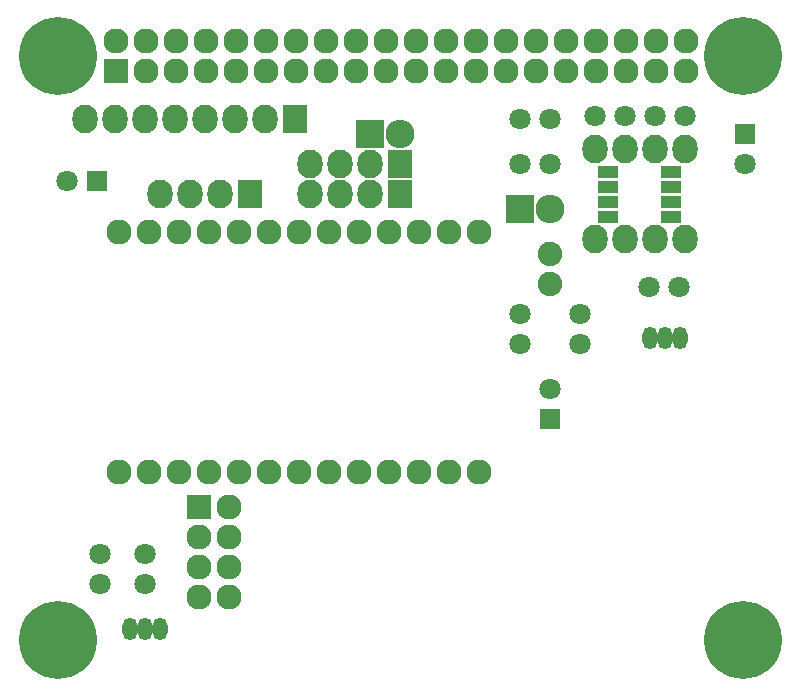
<source format=gts>
G04 #@! TF.FileFunction,Soldermask,Top*
%FSLAX46Y46*%
G04 Gerber Fmt 4.6, Leading zero omitted, Abs format (unit mm)*
G04 Created by KiCad (PCBNEW (2014-11-22 BZR 5299)-product) date Sun 01 Mar 2015 05:03:53 PM EST*
%MOMM*%
G01*
G04 APERTURE LIST*
%ADD10C,0.150000*%
%ADD11C,2.127200*%
%ADD12O,2.127200X2.432000*%
%ADD13C,6.600000*%
%ADD14C,1.797000*%
%ADD15R,1.797000X1.797000*%
%ADD16C,2.076400*%
%ADD17R,2.127200X2.127200*%
%ADD18O,2.127200X2.127200*%
%ADD19R,2.127200X2.432000*%
%ADD20R,2.432000X2.432000*%
%ADD21O,2.432000X2.432000*%
%ADD22R,1.799540X0.999440*%
%ADD23O,1.299160X1.901140*%
G04 APERTURE END LIST*
D10*
D11*
X67691000Y-102235000D03*
X70231000Y-102235000D03*
X72771000Y-102235000D03*
X75311000Y-102235000D03*
X77851000Y-102235000D03*
X80391000Y-102235000D03*
X82931000Y-102235000D03*
X85471000Y-102235000D03*
X88011000Y-102235000D03*
X90551000Y-102235000D03*
X93091000Y-102235000D03*
X95631000Y-102235000D03*
X98171000Y-102235000D03*
X98171000Y-81915000D03*
X95631000Y-81915000D03*
X93091000Y-81915000D03*
X90551000Y-81915000D03*
X88011000Y-81915000D03*
X85471000Y-81915000D03*
X82931000Y-81915000D03*
X80391000Y-81915000D03*
X77851000Y-81915000D03*
X75311000Y-81915000D03*
X72771000Y-81915000D03*
X70231000Y-81915000D03*
X67691000Y-81915000D03*
D12*
X107950000Y-82550000D03*
X110490000Y-82550000D03*
X113030000Y-82550000D03*
X115570000Y-82550000D03*
X115570000Y-74930000D03*
X113030000Y-74930000D03*
X110490000Y-74930000D03*
X107950000Y-74930000D03*
D13*
X62500000Y-67000000D03*
X62500000Y-116500000D03*
X120500000Y-116500000D03*
X120500000Y-67000000D03*
D14*
X104140000Y-72390000D03*
X101600000Y-72390000D03*
X69850000Y-111760000D03*
X69850000Y-109220000D03*
D15*
X120650000Y-73660000D03*
D14*
X120650000Y-76200000D03*
D15*
X65760600Y-77622400D03*
D14*
X63220600Y-77622400D03*
X66040000Y-109220000D03*
X66040000Y-111760000D03*
D15*
X104140000Y-97790000D03*
D14*
X104140000Y-95250000D03*
X112547400Y-86563200D03*
X115087400Y-86563200D03*
D16*
X104140000Y-86360000D03*
X104140000Y-83820000D03*
D17*
X67370000Y-68270000D03*
D18*
X67370000Y-65730000D03*
X69910000Y-68270000D03*
X69910000Y-65730000D03*
X72450000Y-68270000D03*
X72450000Y-65730000D03*
X74990000Y-68270000D03*
X74990000Y-65730000D03*
X77530000Y-68270000D03*
X77530000Y-65730000D03*
X80070000Y-68270000D03*
X80070000Y-65730000D03*
X82610000Y-68270000D03*
X82610000Y-65730000D03*
X85150000Y-68270000D03*
X85150000Y-65730000D03*
X87690000Y-68270000D03*
X87690000Y-65730000D03*
X90230000Y-68270000D03*
X90230000Y-65730000D03*
X92770000Y-68270000D03*
X92770000Y-65730000D03*
X95310000Y-68270000D03*
X95310000Y-65730000D03*
X97850000Y-68270000D03*
X97850000Y-65730000D03*
X100390000Y-68270000D03*
X100390000Y-65730000D03*
X102930000Y-68270000D03*
X102930000Y-65730000D03*
X105470000Y-68270000D03*
X105470000Y-65730000D03*
X108010000Y-68270000D03*
X108010000Y-65730000D03*
X110550000Y-68270000D03*
X110550000Y-65730000D03*
X113090000Y-68270000D03*
X113090000Y-65730000D03*
X115630000Y-68270000D03*
X115630000Y-65730000D03*
D19*
X78740000Y-78740000D03*
D12*
X76200000Y-78740000D03*
X73660000Y-78740000D03*
X71120000Y-78740000D03*
D19*
X91440000Y-78740000D03*
D12*
X88900000Y-78740000D03*
X86360000Y-78740000D03*
X83820000Y-78740000D03*
D20*
X88900000Y-73660000D03*
D21*
X91440000Y-73660000D03*
D19*
X91440000Y-76200000D03*
D12*
X88900000Y-76200000D03*
X86360000Y-76200000D03*
X83820000Y-76200000D03*
D19*
X82550000Y-72390000D03*
D12*
X80010000Y-72390000D03*
X77470000Y-72390000D03*
X74930000Y-72390000D03*
X72390000Y-72390000D03*
X69850000Y-72390000D03*
X67310000Y-72390000D03*
X64770000Y-72390000D03*
D20*
X101600000Y-80010000D03*
D21*
X104140000Y-80010000D03*
D14*
X113030000Y-72136000D03*
X115570000Y-72136000D03*
X107950000Y-72136000D03*
X110490000Y-72136000D03*
X101600000Y-76200000D03*
X104140000Y-76200000D03*
X106680000Y-91440000D03*
X106680000Y-88900000D03*
X101600000Y-91440000D03*
X101600000Y-88900000D03*
D22*
X109093000Y-80645000D03*
X114427000Y-80645000D03*
X109093000Y-79375000D03*
X109093000Y-78105000D03*
X109093000Y-76835000D03*
X114427000Y-79375000D03*
X114427000Y-78105000D03*
X114427000Y-76835000D03*
D23*
X113893600Y-90881200D03*
X112623600Y-90881200D03*
X115163600Y-90881200D03*
X69850000Y-115570000D03*
X68580000Y-115570000D03*
X71120000Y-115570000D03*
D17*
X74396600Y-105206800D03*
D18*
X76936600Y-105206800D03*
X74396600Y-107746800D03*
X76936600Y-107746800D03*
X74396600Y-110286800D03*
X76936600Y-110286800D03*
X74396600Y-112826800D03*
X76936600Y-112826800D03*
M02*

</source>
